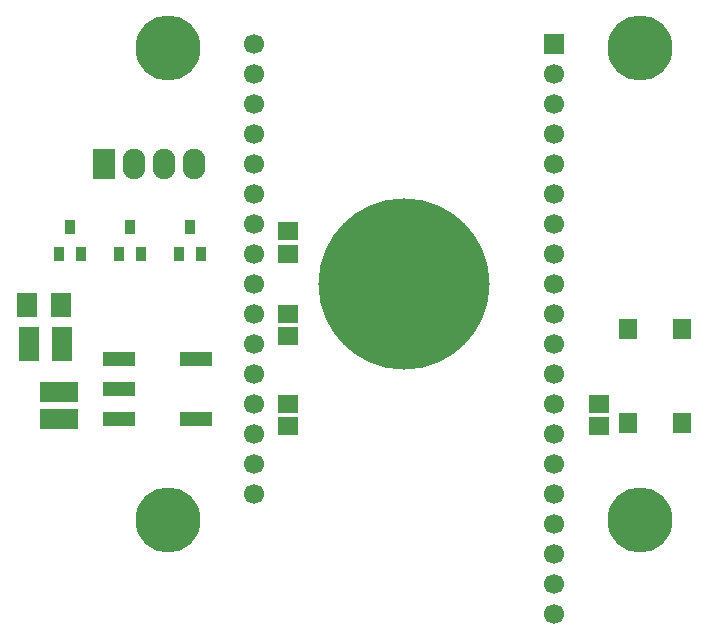
<source format=gts>
G04 DipTrace 3.2.0.1*
G04 ddssl.GTS*
%MOIN*%
G04 #@! TF.FileFunction,Soldermask,Top*
G04 #@! TF.Part,Single*
%ADD25R,0.062992X0.070866*%
%ADD32C,0.570866*%
%ADD33C,0.216535*%
%ADD40R,0.066929X0.059055*%
%ADD42R,0.070866X0.07874*%
%ADD43R,0.033465X0.049213*%
%ADD45R,0.127953X0.067717*%
%ADD47O,0.074803X0.102362*%
%ADD49R,0.074803X0.102362*%
%ADD51R,0.070866X0.114173*%
%ADD53R,0.110236X0.047244*%
%ADD55R,0.066929X0.066929*%
%ADD57C,0.066929*%
%FSLAX26Y26*%
G04*
G70*
G90*
G75*
G01*
G04 TopMask*
%LPD*%
D57*
X1272295Y2574856D3*
Y2474856D3*
Y2374856D3*
Y2274856D3*
Y2174856D3*
Y2074856D3*
Y1974856D3*
Y1874856D3*
Y1774856D3*
Y1674856D3*
Y1574856D3*
Y1474856D3*
Y1374856D3*
Y1274856D3*
Y1174856D3*
Y1074856D3*
X2272295Y674856D3*
Y774856D3*
Y874856D3*
Y974856D3*
Y1074856D3*
Y1174856D3*
Y1274856D3*
Y1374856D3*
Y1474856D3*
Y1574856D3*
Y1674856D3*
Y1774856D3*
Y1874856D3*
Y1974856D3*
Y2074856D3*
Y2174856D3*
Y2274856D3*
Y2374856D3*
Y2474856D3*
D55*
Y2574856D3*
D32*
X1772295Y1774856D3*
D33*
X985838Y2561312D3*
X2558751Y988399D3*
Y2561312D3*
X985838Y988399D3*
D53*
X822295Y1424856D3*
Y1524856D3*
Y1324856D3*
X1078200D3*
Y1524856D3*
D51*
X522295Y1574856D3*
X632531D3*
D49*
X772295Y2174856D3*
D47*
X872295D3*
X972295D3*
X1072295D3*
D45*
X622295Y1324856D3*
Y1415013D3*
D43*
X1022295Y1874856D3*
X1097098D3*
X1059696Y1965407D3*
X822295Y1874856D3*
X897098D3*
X859696Y1965407D3*
X622295Y1874856D3*
X697098D3*
X659696Y1965407D3*
D42*
X627413Y1704974D3*
X517177D3*
D40*
X1384795Y1949856D3*
Y1875052D3*
Y1599856D3*
Y1674659D3*
Y1299856D3*
Y1374659D3*
X2422295Y1299856D3*
Y1374659D3*
D25*
X2697295Y1624856D3*
Y1309895D3*
X2520129Y1624856D3*
Y1309895D3*
M02*

</source>
